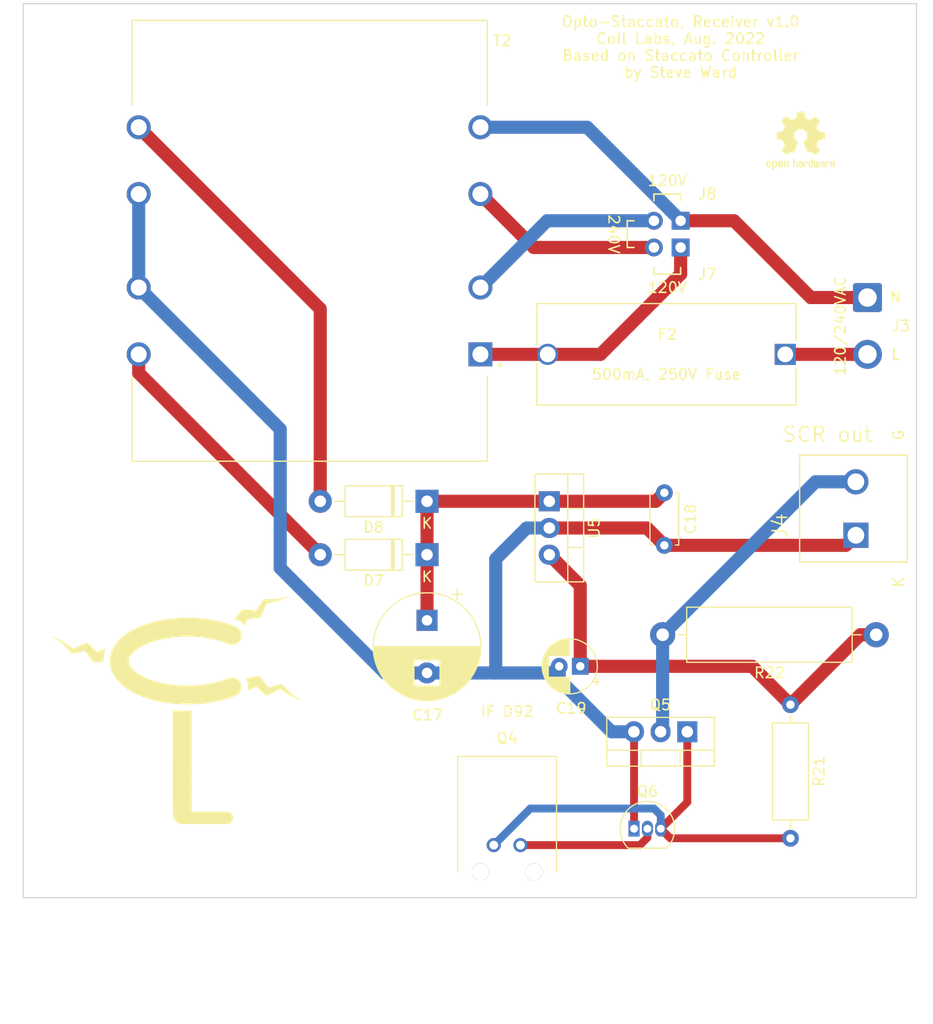
<source format=kicad_pcb>
(kicad_pcb (version 20211014) (generator pcbnew)
  (layers (0 "F.Cu" signal) (31 "B.Cu" signal) (34 "B.Paste" user) (35 "F.Paste" user) (36 "B.SilkS" user "B.Silkscreen") (37 "F.SilkS" user "F.Silkscreen") (38 "B.Mask" user) (39 "F.Mask" user) (44 "Edge.Cuts" user))
  (net 0 "")
  (net 1 "Net-(C17-Pad1)")
  (net 2 "Net-(C17-Pad2)")
  (net 3 "Net-(C19-Pad1)")
  (net 4 "Net-(D7-Pad2)")
  (net 5 "Net-(D8-Pad2)")
  (net 6 "Net-(F2-Pad1)")
  (net 7 "Net-(F2-Pad2)")
  (net 8 "Net-(J3-Pad1)")
  (net 9 "Net-(J4-Pad2)")
  (net 10 "Net-(J7-Pad2)")
  (net 11 "Net-(J8-Pad2)")
  (net 12 "Net-(Q4-Pad1)")
  (net 13 "Net-(Q4-Pad2)")
  (footprint "Diode_THT:D_DO-41_SOD81_P10.16mm_Horizontal" (layer "F.Cu") (at 58.42 67.31 180)
    (fp_text reference "D8" (at 5.08 -2.47) (layer "F.SilkS"))
    (fp_text value "1N4007")
    (fp_text user "K" (at 0 -2.1) (layer "F.SilkS"))
    (pad "1" thru_hole rect (at 0 0 180) (size 2.2 2.2) (drill 1.1) (layers *.Cu *.Mask) (net 1 "Net-(C17-Pad1)"))
    (pad "2" thru_hole oval (at 10.16 0 180) (size 2.2 2.2) (drill 1.1) (layers *.Cu *.Mask) (net 5 "Net-(D8-Pad2)"))
  )
  (footprint "Connector_Wire:SolderWire-1sqmm_1x02_P5.4mm_D1.4mm_OD2.7mm" (layer "F.Cu") (at 100.33 53.34 -90)
    (fp_text reference "J3" (at -2.7 -3.175) (layer "F.SilkS"))
    (fp_text value "120/240VAC" (at -2.7 2.58 90) (layer "F.SilkS"))
    (pad "1" thru_hole roundrect (at -5.4 0 270) (size 2.75 2.75) (drill 1.75) (layers *.Cu *.Mask) (roundrect_rratio 0.09090909091) (net 8 "Net-(J3-Pad1)"))
    (pad "2" thru_hole circle (at 0 0 270) (size 2.75 2.75) (drill 1.75) (layers *.Cu *.Mask) (net 6 "Net-(F2-Pad1)"))
  )
  (footprint "Diode_THT:D_DO-41_SOD81_P10.16mm_Horizontal" (layer "F.Cu") (at 58.42 72.39 180)
    (fp_text reference "D7" (at 5.08 -2.47) (layer "F.SilkS"))
    (fp_text value "1N4007")
    (fp_text user "K" (at 0 -2.1) (layer "F.SilkS"))
    (pad "1" thru_hole rect (at 0 0 180) (size 2.2 2.2) (drill 1.1) (layers *.Cu *.Mask) (net 1 "Net-(C17-Pad1)"))
    (pad "2" thru_hole oval (at 10.16 0 180) (size 2.2 2.2) (drill 1.1) (layers *.Cu *.Mask) (net 4 "Net-(D7-Pad2)"))
  )
  (footprint "Resistor_THT:R_Axial_DIN0309_L9.0mm_D3.2mm_P12.70mm_Horizontal" (layer "F.Cu") (at 93 86.65 -90)
    (fp_text reference "R21" (at 6.35 -2.72 -270) (layer "F.SilkS"))
    (fp_text value "10k")
    (pad "1" thru_hole circle (at 0 0 270) (size 1.6 1.6) (drill 0.8) (layers *.Cu *.Mask) (net 3 "Net-(C19-Pad1)"))
    (pad "2" thru_hole oval (at 12.7 0 270) (size 1.6 1.6) (drill 0.8) (layers *.Cu *.Mask) (net 12 "Net-(Q4-Pad1)"))
  )
  (footprint "Package_TO_SOT_THT:TO-220-3_Vertical" (layer "F.Cu") (at 70.055 67.31 -90)
    (fp_text reference "U5" (at 2.54 -4.27 90) (layer "F.SilkS"))
    (fp_text value "LM7812_TO220")
    (pad "1" thru_hole rect (at 0 0 270) (size 1.905 2) (drill 1.1) (layers *.Cu *.Mask) (net 1 "Net-(C17-Pad1)"))
    (pad "2" thru_hole oval (at 2.54 0 270) (size 1.905 2) (drill 1.1) (layers *.Cu *.Mask) (net 2 "Net-(C17-Pad2)"))
    (pad "3" thru_hole oval (at 5.08 0 270) (size 1.905 2) (drill 1.1) (layers *.Cu *.Mask) (net 3 "Net-(C19-Pad1)"))
  )
  (footprint "Resistor_THT:R_Axial_DIN0516_L15.5mm_D5.0mm_P20.32mm_Horizontal" (layer "F.Cu") (at 101.16 80 180)
    (fp_text reference "R22" (at 10.16 -3.62) (layer "F.SilkS"))
    (fp_text value "220 (2W)")
    (pad "1" thru_hole circle (at 0 0 180) (size 2.4 2.4) (drill 1.2) (layers *.Cu *.Mask) (net 3 "Net-(C19-Pad1)"))
    (pad "2" thru_hole oval (at 20.32 0 180) (size 2.4 2.4) (drill 1.2) (layers *.Cu *.Mask) (net 9 "Net-(J4-Pad2)"))
  )
  (footprint "Capacitor_THT:CP_Radial_D10.0mm_P5.00mm" (layer "F.Cu") (at 58.42 78.632323 -90)
    (fp_text reference "C17" (at 8.997677 -0.055 -180) (layer "F.SilkS"))
    (fp_text value "470uF")
    (pad "1" thru_hole rect (at 0 0 270) (size 2 2) (drill 1) (layers *.Cu *.Mask) (net 1 "Net-(C17-Pad1)"))
    (pad "2" thru_hole circle (at 5 0 270) (size 2 2) (drill 1) (layers *.Cu *.Mask) (net 2 "Net-(C17-Pad2)"))
  )
  (footprint "FS28-200-C2:TRANSFORMER_FS28-200-C2" (layer "F.Cu") (at 63.5 53.34 180)
    (fp_text reference "T2" (at -2.0775 29.795) (layer "F.SilkS"))
    (fp_text value "FS28-200-C2")
    (pad "1" thru_hole rect (at 0 0 180) (size 2.286 2.286) (drill 1.524) (layers *.Cu *.Mask) (net 7 "Net-(F2-Pad2)"))
    (pad "2" thru_hole circle (at 0 6.35 180) (size 2.286 2.286) (drill 1.524) (layers *.Cu *.Mask) (net 11 "Net-(J8-Pad2)"))
    (pad "3" thru_hole circle (at 0 15.24 180) (size 2.286 2.286) (drill 1.524) (layers *.Cu *.Mask) (net 10 "Net-(J7-Pad2)"))
    (pad "4" thru_hole circle (at 0 21.59 180) (size 2.286 2.286) (drill 1.524) (layers *.Cu *.Mask) (net 8 "Net-(J3-Pad1)"))
    (pad "5" thru_hole circle (at 32.512 0 180) (size 2.286 2.286) (drill 1.524) (layers *.Cu *.Mask) (net 4 "Net-(D7-Pad2)"))
    (pad "6" thru_hole circle (at 32.512 6.35 180) (size 2.286 2.286) (drill 1.524) (layers *.Cu *.Mask) (net 2 "Net-(C17-Pad2)"))
    (pad "7" thru_hole circle (at 32.512 15.24 180) (size 2.286 2.286) (drill 1.524) (layers *.Cu *.Mask) (net 2 "Net-(C17-Pad2)"))
    (pad "8" thru_hole circle (at 32.512 21.59 180) (size 2.286 2.286) (drill 1.524) (layers *.Cu *.Mask) (net 5 "Net-(D8-Pad2)"))
  )
  (footprint "" (layer "F.Cu") (at 101 101)
    (fp_text reference "" (at 0 0) (layer "F.SilkS") (effects (font (size 1.27 1.27))))
    (fp_text value "" (at 0 0) (layer "F.SilkS") (effects (font (size 1.27 1.27))))
    (pad "" np_thru_hole circle (at 0 0) (size 3.2 3.2) (drill 3.2) (layers *.Cu *.Mask))
  )
  (footprint "Connector_PinHeader_2.54mm:PinHeader_2x01_P2.54mm_Vertical" (layer "F.Cu") (at 82.55 43.18 180)
    (fp_text reference "J7" (at -2.54 -2.54) (layer "F.SilkS"))
    (fp_text value "Jumper")
    (pad "1" thru_hole rect (at 0 0 180) (size 1.7 1.7) (drill 1) (layers *.Cu *.Mask) (net 7 "Net-(F2-Pad2)"))
    (pad "2" thru_hole oval (at 2.54 0 180) (size 1.7 1.7) (drill 1) (layers *.Cu *.Mask) (net 10 "Net-(J7-Pad2)"))
  )
  (footprint "Package_TO_SOT_THT:TO-220-3_Vertical" (layer "F.Cu") (at 83.185 89.225 180)
    (fp_text reference "Q5" (at 2.555 2.555) (layer "F.SilkS"))
    (fp_text value "P30N06LE")
    (pad "1" thru_hole rect (at 0 0 180) (size 1.905 2) (drill 1.1) (layers *.Cu *.Mask) (net 12 "Net-(Q4-Pad1)"))
    (pad "2" thru_hole oval (at 2.54 0 180) (size 1.905 2) (drill 1.1) (layers *.Cu *.Mask) (net 9 "Net-(J4-Pad2)"))
    (pad "3" thru_hole oval (at 5.08 0 180) (size 1.905 2) (drill 1.1) (layers *.Cu *.Mask) (net 2 "Net-(C17-Pad2)"))
  )
  (footprint "" (layer "F.Cu") (at 24 24)
    (fp_text reference "" (at -5.985 0.425) (layer "F.SilkS") (effects (font (size 1.27 1.27))))
    (fp_text value "" (at -5.985 0.425) (layer "F.SilkS") (effects (font (size 1.27 1.27))))
    (pad "" np_thru_hole circle (at 0 0) (size 3.2 3.2) (drill 3.2) (layers *.Cu *.Mask))
  )
  (footprint "0PTF0078P:0PTF0078P" (layer "F.Cu") (at 92.504 53.34 180)
    (fp_text reference "F2" (at 11.224 1.905) (layer "F.SilkS"))
    (fp_text value "500mA, 250V Fuse" (at 11.3 -1.905) (layer "F.SilkS"))
    (pad "1" thru_hole rect (at 0 0 180) (size 2.0066 2.0066) (drill 1.4986) (layers *.Cu *.Mask) (net 6 "Net-(F2-Pad1)"))
    (pad "2" thru_hole circle (at 22.6 0 180) (size 2.0066 2.0066) (drill 1.4986) (layers *.Cu *.Mask) (net 7 "Net-(F2-Pad2)"))
  )
  (footprint "" (layer "F.Cu") (at 24 101)
    (fp_text reference "" (at 0 0) (layer "F.SilkS") (effects (font (size 1.27 1.27))))
    (fp_text value "" (at 0 0) (layer "F.SilkS") (effects (font (size 1.27 1.27))))
    (pad "" np_thru_hole circle (at 0 0) (size 3.2 3.2) (drill 3.2) (layers *.Cu *.Mask))
  )
  (footprint "TB007-508-02GR:CUI_TB007-508-02GR" (layer "F.Cu") (at 99.225 70.54 90)
    (fp_text reference "J4" (at 0.905 -7.239 90) (layer "F.SilkS") (effects (font (size 1.4 1.4))))
    (fp_text value "SCR out")
    (pad "1" thru_hole rect (at 0 0 90) (size 2.4 2.4) (drill 1.6) (layers *.Cu *.Mask) (net 2 "Net-(C17-Pad2)"))
    (pad "2" thru_hole circle (at 5.08 0 90) (size 2.4 2.4) (drill 1.6) (layers *.Cu *.Mask) (net 9 "Net-(J4-Pad2)"))
  )
  (footprint "Symbol:OSHW-Logo2_7.3x6mm_SilkScreen" (layer "F.Cu") (at 93.98 33.02)
    (fp_text reference "REF**" hide)
    (fp_text value "OSHW-Logo2_7.3x6mm_SilkScreen" hide)
  )
  (footprint "Package_TO_SOT_THT:TO-92_Inline" (layer "F.Cu") (at 78.12 98.44)
    (fp_text reference "Q6" (at 1.27 -3.56) (layer "F.SilkS"))
    (fp_text value "2N3904")
    (pad "1" thru_hole rect (at 0 0) (size 1.05 1.5) (drill 0.75) (layers *.Cu *.Mask) (net 2 "Net-(C17-Pad2)"))
    (pad "2" thru_hole oval (at 1.27 0) (size 1.05 1.5) (drill 0.75) (layers *.Cu *.Mask) (net 13 "Net-(Q4-Pad2)"))
    (pad "3" thru_hole oval (at 2.54 0) (size 1.05 1.5) (drill 0.75) (layers *.Cu *.Mask) (net 12 "Net-(Q4-Pad1)"))
  )
  (footprint "LOGO" (layer "F.Cu") (at 35 87)
    (fp_text reference "G***" hide)
    (fp_text value "LOGO" hide)
  )
  (footprint "Capacitor_THT:CP_Radial_D5.0mm_P2.00mm" (layer "F.Cu") (at 73 83 180)
    (fp_text reference "C19" (at 0.864 -3.995) (layer "F.SilkS"))
    (fp_text value "10uF")
    (pad "1" thru_hole rect (at 0 0 180) (size 1.6 1.6) (drill 0.8) (layers *.Cu *.Mask) (net 3 "Net-(C19-Pad1)"))
    (pad "2" thru_hole circle (at 2 0 180) (size 1.6 1.6) (drill 0.8) (layers *.Cu *.Mask) (net 2 "Net-(C17-Pad2)"))
  )
  (footprint "" (layer "F.Cu") (at 101 24)
    (fp_text reference "" (at 0 0) (layer "F.SilkS") (effects (font (size 1.27 1.27))))
    (fp_text value "" (at 0 0) (layer "F.SilkS") (effects (font (size 1.27 1.27))))
    (pad "" np_thru_hole circle (at 0 0) (size 3.2 3.2) (drill 3.2) (layers *.Cu *.Mask))
  )
  (footprint "Connector_PinHeader_2.54mm:PinHeader_2x01_P2.54mm_Vertical" (layer "F.Cu") (at 82.55 40.64 180)
    (fp_text reference "J8" (at -2.54 2.54) (layer "F.SilkS"))
    (fp_text value "Jumper")
    (pad "1" thru_hole rect (at 0 0 180) (size 1.7 1.7) (drill 1) (layers *.Cu *.Mask) (net 8 "Net-(J3-Pad1)"))
    (pad "2" thru_hole oval (at 2.54 0 180) (size 1.7 1.7) (drill 1) (layers *.Cu *.Mask) (net 11 "Net-(J8-Pad2)"))
  )
  (footprint "Capacitor_THT:C_Disc_D4.7mm_W2.5mm_P5.00mm" (layer "F.Cu") (at 81 66.5 -90)
    (fp_text reference "C18" (at 2.5 -2.5 90) (layer "F.SilkS"))
    (fp_text value "0.1uF")
    (pad "1" thru_hole circle (at 0 0 270) (size 1.6 1.6) (drill 0.8) (layers *.Cu *.Mask) (net 1 "Net-(C17-Pad1)"))
    (pad "2" thru_hole circle (at 5 0 270) (size 1.6 1.6) (drill 0.8) (layers *.Cu *.Mask) (net 2 "Net-(C17-Pad2)"))
  )
  (footprint "IF-E91A:IF-E91A" (layer "F.Cu") (at 64.77 100)
    (fp_text reference "Q4" (at 1.27 -10.16) (layer "F.SilkS"))
    (fp_text value "IF D92" (at 1.27 -12.7) (layer "F.SilkS"))
    (pad "" np_thru_hole circle (at 1.27 -5.08) (size 3.556 3.556) (drill 3.556) (layers *.Cu *.Mask))
    (pad "1" thru_hole circle (at 0 0) (size 1.3462 1.3462) (drill 0.8382) (layers *.Cu *.Mask) (net 12 "Net-(Q4-Pad1)"))
    (pad "2" thru_hole circle (at 2.54 0) (size 1.3462 1.3462) (drill 0.8382) (layers *.Cu *.Mask) (net 13 "Net-(Q4-Pad2)"))
    (pad "3" thru_hole circle (at -1.27 2.54) (size 1.6256 1.6256) (drill 1.6256) (layers *.Cu *.Mask))
    (pad "4" thru_hole circle (at 3.81 2.54) (size 1.6256 1.6256) (drill 1.6256) (layers *.Cu *.Mask))
  )
  (gr_line (start 77.47 43.18) (end 77.47 40.64) (layer "F.SilkS") (width 0.15))
  (gr_line (start 80.01 38.1) (end 82.55 38.1) (layer "F.SilkS") (width 0.15))
  (gr_line (start 77.47 40.64) (end 78.105 40.64) (layer "F.SilkS") (width 0.15))
  (gr_line (start 78.105 43.18) (end 77.47 43.18) (layer "F.SilkS") (width 0.15))
  (gr_line (start 82.55 45.72) (end 82.55 45.085) (layer "F.SilkS") (width 0.15))
  (gr_line (start 82.55 38.1) (end 82.55 38.735) (layer "F.SilkS") (width 0.15))
  (gr_line (start 80.01 45.085) (end 80.01 45.72) (layer "F.SilkS") (width 0.15))
  (gr_line (start 80.01 38.735) (end 80.01 38.1) (layer "F.SilkS") (width 0.15))
  (gr_line (start 80.01 45.72) (end 82.55 45.72) (layer "F.SilkS") (width 0.15))
  (gr_line (start 20 105) (end 20 20) (layer "Edge.Cuts") (width 0.1))
  (gr_line (start 105 20) (end 105 105) (layer "Edge.Cuts") (width 0.1))
  (gr_line (start 105 105) (end 20 105) (layer "Edge.Cuts") (width 0.1))
  (gr_line (start 20 20) (end 105 20) (layer "Edge.Cuts") (width 0.1))
  (gr_text "120V" (at 81.28 46.99) (layer "F.SilkS") (effects (font (size 1 1))))
  (gr_text "L" (at 103 53.34) (layer "F.SilkS") (effects (font (size 1 1))))
  (gr_text "240V" (at 76.2 41.91 270) (layer "F.SilkS") (effects (font (size 1 1))))
  (gr_text "G" (at 103.2725 61.015 90) (layer "F.SilkS") (effects (font (size 1 1))))
  (gr_text "120V" (at 81.28 36.83) (layer "F.SilkS") (effects (font (size 1 1))))
  (gr_text "N" (at 103 47.92) (layer "F.SilkS") (effects (font (size 1 1))))
  (gr_text "K" (at 103.2725 74.985 90) (layer "F.SilkS") (effects (font (size 1 1))))
  (gr_text "SCR out" (at 96.52 60.96) (layer "F.SilkS") (effects (font (size 1.4 1.4))))
  (gr_text "Opto-Staccato, Receiver v1.0\nCoil Labs, Aug. 2022\nBased on Staccato Controller\nby Steve Ward" (at 82.55 24.13) (layer "F.SilkS") (effects (font (size 1 1))))
  (segment (start 58.42 67.31) (end 70.055 67.31) (width 1.25) (layer "F.Cu") (net 1))
  (segment (start 58.42 78.632323) (end 58.42 72.39) (width 1.25) (layer "F.Cu") (net 1))
  (segment (start 70.055 67.31) (end 80.19 67.31) (width 1.25) (layer "F.Cu") (net 1))
  (segment (start 80.19 67.31) (end 81 66.5) (width 1.25) (layer "F.Cu") (net 1))
  (segment (start 58.42 67.31) (end 58.42 72.39) (width 1.25) (layer "F.Cu") (net 1))
  (segment (start 70.055 69.85) (end 79.35 69.85) (width 1.25) (layer "F.Cu") (net 2))
  (segment (start 81 71.5) (end 98.265 71.5) (width 1.25) (layer "F.Cu") (net 2))
  (segment (start 98.265 71.5) (end 99.225 70.54) (width 1.25) (layer "F.Cu") (net 2))
  (segment (start 79.35 69.85) (end 81 71.5) (width 1.25) (layer "F.Cu") (net 2))
  (segment (start 78.12 98.44) (end 78.12 89.24) (width 0.75) (layer "F.Cu") (net 2))
  (segment (start 78.12 89.24) (end 78.105 89.225) (width 0.75) (layer "F.Cu") (net 2))
  (segment (start 70.367677 83.632323) (end 71 83) (width 1.25) (layer "B.Cu") (net 2))
  (segment (start 64.957677 83.632323) (end 70.367677 83.632323) (width 1.25) (layer "B.Cu") (net 2))
  (segment (start 44.45 73.66) (end 54.422323 83.632323) (width 1.25) (layer "B.Cu") (net 2))
  (segment (start 30.988 38.1) (end 30.988 46.99) (width 1.25) (layer "B.Cu") (net 2))
  (segment (start 75.975 89.225) (end 78.105 89.225) (width 1.25) (layer "B.Cu") (net 2))
  (segment (start 64.957677 72.792323) (end 64.957677 83.632323) (width 1.25) (layer "B.Cu") (net 2))
  (segment (start 70.055 69.85) (end 67.9 69.85) (width 1.25) (layer "B.Cu") (net 2))
  (segment (start 58.42 83.632323) (end 64.957677 83.632323) (width 1.25) (layer "B.Cu") (net 2))
  (segment (start 44.45 60.452) (end 44.45 73.66) (width 1.25) (layer "B.Cu") (net 2))
  (segment (start 30.988 46.99) (end 44.45 60.452) (width 1.25) (layer "B.Cu") (net 2))
  (segment (start 54.422323 83.632323) (end 58.42 83.632323) (width 1.25) (layer "B.Cu") (net 2))
  (segment (start 67.9 69.85) (end 64.957677 72.792323) (width 1.25) (layer "B.Cu") (net 2))
  (segment (start 71 83) (end 71 84.25) (width 1.25) (layer "B.Cu") (net 2))
  (segment (start 71 84.25) (end 75.975 89.225) (width 1.25) (layer "B.Cu") (net 2))
  (segment (start 73 75.335) (end 73 83) (width 1.25) (layer "F.Cu") (net 3))
  (segment (start 101.16 80) (end 99.65 80) (width 1.25) (layer "F.Cu") (net 3))
  (segment (start 73 83) (end 89.35 83) (width 1.25) (layer "F.Cu") (net 3))
  (segment (start 89.35 83) (end 93 86.65) (width 1.25) (layer "F.Cu") (net 3))
  (segment (start 70.055 72.39) (end 73 75.335) (width 1.25) (layer "F.Cu") (net 3))
  (segment (start 99.65 80) (end 93 86.65) (width 1.25) (layer "F.Cu") (net 3))
  (segment (start 30.988 53.34) (end 30.988 55.118) (width 1.25) (layer "F.Cu") (net 4))
  (segment (start 30.988 55.118) (end 48.26 72.39) (width 1.25) (layer "F.Cu") (net 4))
  (segment (start 30.988 31.75) (end 48.26 49.022) (width 1.25) (layer "F.Cu") (net 5))
  (segment (start 48.26 49.022) (end 48.26 67.31) (width 1.25) (layer "F.Cu") (net 5))
  (segment (start 100.33 53.34) (end 92.504 53.34) (width 1.25) (layer "F.Cu") (net 6))
  (segment (start 69.904 53.34) (end 74.93 53.34) (width 1.25) (layer "F.Cu") (net 7))
  (segment (start 82.55 45.72) (end 82.55 43.18) (width 1.25) (layer "F.Cu") (net 7))
  (segment (start 74.93 53.34) (end 82.55 45.72) (width 1.25) (layer "F.Cu") (net 7))
  (segment (start 69.904 53.34) (end 63.5 53.34) (width 1.25) (layer "F.Cu") (net 7))
  (segment (start 87.63 40.64) (end 82.55 40.64) (width 1.25) (layer "F.Cu") (net 8))
  (segment (start 100.33 47.94) (end 94.93 47.94) (width 1.25) (layer "F.Cu") (net 8))
  (segment (start 94.93 47.94) (end 87.63 40.64) (width 1.25) (layer "F.Cu") (net 8))
  (segment (start 82.55 40.64) (end 73.66 31.75) (width 1.25) (layer "B.Cu") (net 8))
  (segment (start 73.66 31.75) (end 63.5 31.75) (width 1.25) (layer "B.Cu") (net 8))
  (segment (start 99.225 65.46) (end 95.38 65.46) (width 1.25) (layer "B.Cu") (net 9))
  (segment (start 95.38 65.46) (end 80.84 80) (width 1.25) (layer "B.Cu") (net 9))
  (segment (start 80.84 80) (end 80.84 89.03) (width 1.25) (layer "B.Cu") (net 9))
  (segment (start 80.84 89.03) (end 80.645 89.225) (width 1.25) (layer "B.Cu") (net 9))
  (segment (start 80.01 43.18) (end 68.58 43.18) (width 1.25) (layer "F.Cu") (net 10))
  (segment (start 68.58 43.18) (end 63.5 38.1) (width 1.25) (layer "F.Cu") (net 10))
  (segment (start 80.01 40.64) (end 69.85 40.64) (width 1.25) (layer "B.Cu") (net 11))
  (segment (start 69.85 40.64) (end 63.5 46.99) (width 1.25) (layer "B.Cu") (net 11))
  (segment (start 83.185 89.225) (end 83.185 95.915) (width 0.75) (layer "F.Cu") (net 12))
  (segment (start 83.185 95.915) (end 80.66 98.44) (width 0.75) (layer "F.Cu") (net 12))
  (segment (start 93 99.35) (end 81.57 99.35) (width 0.75) (layer "F.Cu") (net 12))
  (segment (start 81.57 99.35) (end 80.66 98.44) (width 0.75) (layer "F.Cu") (net 12))
  (segment (start 80.01 96.52) (end 80.66 97.17) (width 0.75) (layer "B.Cu") (net 12))
  (segment (start 68.25 96.52) (end 80.01 96.52) (width 0.75) (layer "B.Cu") (net 12))
  (segment (start 80.66 97.17) (end 80.66 98.44) (width 0.75) (layer "B.Cu") (net 12))
  (segment (start 64.77 100) (end 68.25 96.52) (width 0.75) (layer "B.Cu") (net 12))
  (segment (start 67.31 100) (end 78.680001 100) (width 0.75) (layer "F.Cu") (net 13))
  (segment (start 79.39 99.290001) (end 79.39 98.44) (width 0.75) (layer "F.Cu") (net 13))
  (segment (start 78.680001 100) (end 79.39 99.290001) (width 0.75) (layer "F.Cu") (net 13))
)
</source>
